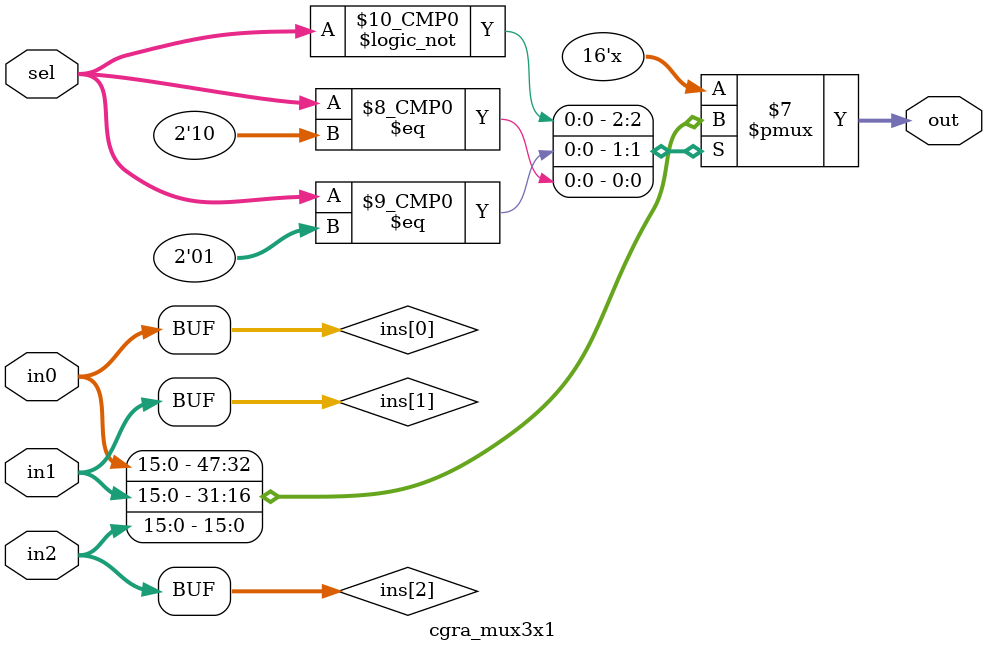
<source format=v>
module cgra_mux3x1 #
(
  parameter WIDTH = 16
)
(
  input [2-1:0] sel,
  input [WIDTH-1:0] in0,
  input [WIDTH-1:0] in1,
  input [WIDTH-1:0] in2,
  output [WIDTH-1:0] out
);

  wire [WIDTH-1:0] ins [0:3-1];
  assign ins[0] = in0;
  assign ins[1] = in1;
  assign ins[2] = in2;
  assign out = ins[sel];

endmodule
</source>
